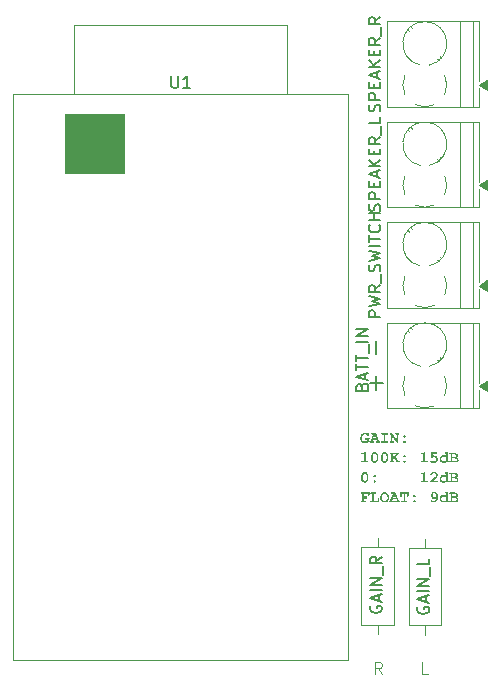
<source format=gbr>
%TF.GenerationSoftware,KiCad,Pcbnew,9.0.0*%
%TF.CreationDate,2025-03-25T17:14:42+01:00*%
%TF.ProjectId,ESP32_speaker_tiny,45535033-325f-4737-9065-616b65725f74,rev?*%
%TF.SameCoordinates,Original*%
%TF.FileFunction,Legend,Top*%
%TF.FilePolarity,Positive*%
%FSLAX46Y46*%
G04 Gerber Fmt 4.6, Leading zero omitted, Abs format (unit mm)*
G04 Created by KiCad (PCBNEW 9.0.0) date 2025-03-25 17:14:42*
%MOMM*%
%LPD*%
G01*
G04 APERTURE LIST*
%ADD10C,0.100000*%
%ADD11C,0.200000*%
%ADD12C,0.150000*%
%ADD13C,0.120000*%
G04 APERTURE END LIST*
D10*
X29500000Y-24500000D02*
X34500000Y-24500000D01*
X34500000Y-29500000D01*
X29500000Y-29500000D01*
X29500000Y-24500000D01*
G36*
X29500000Y-24500000D02*
G01*
X34500000Y-24500000D01*
X34500000Y-29500000D01*
X29500000Y-29500000D01*
X29500000Y-24500000D01*
G37*
X60280074Y-71872419D02*
X59803884Y-71872419D01*
X59803884Y-71872419D02*
X59803884Y-70872419D01*
D11*
G36*
X55272601Y-52035987D02*
G01*
X55272601Y-52224359D01*
X55180059Y-52269636D01*
X55111034Y-52294579D01*
X55042738Y-52308603D01*
X54967236Y-52313447D01*
X54896317Y-52309746D01*
X54830262Y-52298926D01*
X54768483Y-52281268D01*
X54702107Y-52252122D01*
X54655399Y-52218986D01*
X54617568Y-52175066D01*
X54579195Y-52107733D01*
X54560117Y-52057620D01*
X54548416Y-52003014D01*
X54544391Y-51943114D01*
X54544391Y-51841753D01*
X54549811Y-51772950D01*
X54565766Y-51708858D01*
X54592232Y-51648532D01*
X54629754Y-51591221D01*
X54679353Y-51537155D01*
X54734425Y-51495944D01*
X54795691Y-51466435D01*
X54864343Y-51448285D01*
X54941957Y-51441988D01*
X54998439Y-51444979D01*
X55050889Y-51453712D01*
X55101300Y-51468401D01*
X55148953Y-51488883D01*
X55178029Y-51467683D01*
X55203602Y-51461528D01*
X55231629Y-51466994D01*
X55253428Y-51483021D01*
X55267034Y-51509181D01*
X55272601Y-51555806D01*
X55272601Y-51647946D01*
X55266969Y-51694595D01*
X55253122Y-51721097D01*
X55230997Y-51737375D01*
X55202930Y-51742896D01*
X55179896Y-51739045D01*
X55160554Y-51727691D01*
X55149177Y-51713354D01*
X55137657Y-51681835D01*
X55126772Y-51649630D01*
X55116835Y-51633780D01*
X55093840Y-51616298D01*
X55051561Y-51598243D01*
X55003048Y-51586725D01*
X54946781Y-51582672D01*
X54892090Y-51586708D01*
X54844181Y-51598265D01*
X54801945Y-51616866D01*
X54775256Y-51636373D01*
X54748436Y-51665094D01*
X54721345Y-51705099D01*
X54700847Y-51748264D01*
X54688599Y-51793599D01*
X54684464Y-51841814D01*
X54684464Y-51942991D01*
X54689054Y-51999040D01*
X54701877Y-52045099D01*
X54722092Y-52083064D01*
X54749677Y-52114328D01*
X54783460Y-52137950D01*
X54827533Y-52156205D01*
X54884384Y-52168302D01*
X54957039Y-52172763D01*
X55020435Y-52168607D01*
X55078695Y-52156486D01*
X55132588Y-52136676D01*
X55132588Y-52035987D01*
X54989767Y-52035987D01*
X54943861Y-52030382D01*
X54917716Y-52016570D01*
X54901710Y-51994367D01*
X54896222Y-51965645D01*
X54901712Y-51936933D01*
X54917716Y-51914781D01*
X54943867Y-51900924D01*
X54989767Y-51895303D01*
X55238468Y-51895303D01*
X55284412Y-51900928D01*
X55310519Y-51914781D01*
X55326523Y-51936933D01*
X55332013Y-51965645D01*
X55328090Y-51994926D01*
X55317297Y-52016570D01*
X55299425Y-52030854D01*
X55272601Y-52035987D01*
G37*
G36*
X56114567Y-52149316D02*
G01*
X56159107Y-52153294D01*
X56179413Y-52162016D01*
X56203541Y-52190538D01*
X56210860Y-52219658D01*
X56205439Y-52248406D01*
X56189672Y-52270582D01*
X56163879Y-52284376D01*
X56117986Y-52290000D01*
X55929431Y-52290000D01*
X55883470Y-52284393D01*
X55857318Y-52270582D01*
X55841312Y-52248380D01*
X55835825Y-52219658D01*
X55841314Y-52190946D01*
X55857318Y-52168794D01*
X55883477Y-52154938D01*
X55929431Y-52149316D01*
X55963564Y-52149316D01*
X55930102Y-52059434D01*
X55589933Y-52059434D01*
X55555739Y-52149316D01*
X55589933Y-52149316D01*
X55635877Y-52154940D01*
X55661985Y-52168794D01*
X55678037Y-52190951D01*
X55683539Y-52219658D01*
X55678039Y-52248375D01*
X55661985Y-52270582D01*
X55635884Y-52284390D01*
X55589933Y-52290000D01*
X55401378Y-52290000D01*
X55355427Y-52284390D01*
X55329326Y-52270582D01*
X55313272Y-52248375D01*
X55307772Y-52219658D01*
X55313500Y-52191038D01*
X55330364Y-52168794D01*
X55357503Y-52154939D01*
X55404797Y-52149316D01*
X55497487Y-51918750D01*
X55645926Y-51918750D01*
X55872034Y-51918750D01*
X55759316Y-51646481D01*
X55645926Y-51918750D01*
X55497487Y-51918750D01*
X55624738Y-51602212D01*
X55533208Y-51602212D01*
X55487257Y-51596603D01*
X55461156Y-51582794D01*
X55445150Y-51560592D01*
X55439663Y-51531870D01*
X55445152Y-51503158D01*
X55461156Y-51481006D01*
X55487264Y-51467153D01*
X55533208Y-51461528D01*
X55835825Y-51461528D01*
X56114567Y-52149316D01*
G37*
G36*
X56668204Y-51602212D02*
G01*
X56668204Y-52149316D01*
X56809621Y-52149316D01*
X56855565Y-52154940D01*
X56881673Y-52168794D01*
X56897724Y-52190951D01*
X56903227Y-52219658D01*
X56897726Y-52248375D01*
X56881673Y-52270582D01*
X56855572Y-52284390D01*
X56809621Y-52290000D01*
X56386775Y-52290000D01*
X56340825Y-52284390D01*
X56314724Y-52270582D01*
X56298718Y-52248380D01*
X56293230Y-52219658D01*
X56298720Y-52190946D01*
X56314724Y-52168794D01*
X56340831Y-52154940D01*
X56386775Y-52149316D01*
X56528192Y-52149316D01*
X56528192Y-51602212D01*
X56386775Y-51602212D01*
X56340825Y-51596603D01*
X56314724Y-51582794D01*
X56298718Y-51560592D01*
X56293230Y-51531870D01*
X56298720Y-51503158D01*
X56314724Y-51481006D01*
X56340831Y-51467153D01*
X56386775Y-51461528D01*
X56809621Y-51461528D01*
X56855565Y-51467153D01*
X56881673Y-51481006D01*
X56897724Y-51503163D01*
X56903227Y-51531870D01*
X56897726Y-51560587D01*
X56881673Y-51582794D01*
X56855572Y-51596603D01*
X56809621Y-51602212D01*
X56668204Y-51602212D01*
G37*
G36*
X57262203Y-51726043D02*
G01*
X57262203Y-52149316D01*
X57312761Y-52149316D01*
X57358705Y-52154940D01*
X57384813Y-52168794D01*
X57400865Y-52190951D01*
X57406367Y-52219658D01*
X57400867Y-52248375D01*
X57384813Y-52270582D01*
X57358712Y-52284390D01*
X57312761Y-52290000D01*
X57129030Y-52290000D01*
X57083069Y-52284393D01*
X57056917Y-52270582D01*
X57040911Y-52248380D01*
X57035423Y-52219658D01*
X57040846Y-52190920D01*
X57056612Y-52168794D01*
X57081728Y-52154763D01*
X57122191Y-52149316D01*
X57122191Y-51602212D01*
X57100331Y-51602212D01*
X57054370Y-51596605D01*
X57028218Y-51582794D01*
X57012212Y-51560592D01*
X57006725Y-51531870D01*
X57012214Y-51503158D01*
X57028218Y-51481006D01*
X57054377Y-51467150D01*
X57100331Y-51461528D01*
X57262203Y-51461528D01*
X57620141Y-52023408D01*
X57620141Y-51602212D01*
X57569644Y-51602212D01*
X57523683Y-51596605D01*
X57497531Y-51582794D01*
X57481525Y-51560592D01*
X57476038Y-51531870D01*
X57481527Y-51503158D01*
X57497531Y-51481006D01*
X57523690Y-51467150D01*
X57569644Y-51461528D01*
X57753375Y-51461528D01*
X57799320Y-51467153D01*
X57825427Y-51481006D01*
X57841479Y-51503163D01*
X57846981Y-51531870D01*
X57841561Y-51560618D01*
X57825793Y-51582794D01*
X57800764Y-51596801D01*
X57760886Y-51602212D01*
X57760886Y-52290000D01*
X57622217Y-52290000D01*
X57262203Y-51726043D01*
G37*
G36*
X58382178Y-51762435D02*
G01*
X58375120Y-51799287D01*
X58354152Y-51829357D01*
X58333979Y-51843853D01*
X58308732Y-51852953D01*
X58276971Y-51856224D01*
X58245209Y-51852954D01*
X58219939Y-51843855D01*
X58199729Y-51829357D01*
X58178809Y-51799292D01*
X58171763Y-51762435D01*
X58178811Y-51725589D01*
X58199729Y-51695573D01*
X58219944Y-51681040D01*
X58245214Y-51671922D01*
X58276971Y-51668646D01*
X58308727Y-51671924D01*
X58333974Y-51681043D01*
X58354152Y-51695573D01*
X58375118Y-51725594D01*
X58382178Y-51762435D01*
G37*
G36*
X58383583Y-52219658D02*
G01*
X58376524Y-52256510D01*
X58355556Y-52286580D01*
X58335383Y-52301076D01*
X58310136Y-52310175D01*
X58278375Y-52313447D01*
X58246613Y-52310177D01*
X58221344Y-52301078D01*
X58201133Y-52286580D01*
X58180213Y-52256514D01*
X58173168Y-52219658D01*
X58180215Y-52182811D01*
X58201133Y-52152796D01*
X58221349Y-52138263D01*
X58246618Y-52129145D01*
X58278375Y-52125868D01*
X58310131Y-52129146D01*
X58335378Y-52138265D01*
X58355556Y-52152796D01*
X58376522Y-52182816D01*
X58383583Y-52219658D01*
G37*
G36*
X54991172Y-53063370D02*
G01*
X54991172Y-53829316D01*
X55132588Y-53829316D01*
X55178533Y-53834940D01*
X55204640Y-53848794D01*
X55220644Y-53870946D01*
X55226133Y-53899658D01*
X55220646Y-53928380D01*
X55204640Y-53950582D01*
X55178539Y-53964390D01*
X55132588Y-53970000D01*
X54709743Y-53970000D01*
X54663783Y-53964393D01*
X54637630Y-53950582D01*
X54621624Y-53928380D01*
X54616137Y-53899658D01*
X54621626Y-53870946D01*
X54637630Y-53848794D01*
X54663789Y-53834938D01*
X54709743Y-53829316D01*
X54851099Y-53829316D01*
X54851099Y-53248445D01*
X54726107Y-53281723D01*
X54681045Y-53290027D01*
X54656466Y-53284774D01*
X54634944Y-53268534D01*
X54620426Y-53244859D01*
X54615465Y-53215839D01*
X54619307Y-53189693D01*
X54629815Y-53171142D01*
X54648964Y-53157310D01*
X54689898Y-53142383D01*
X54991172Y-53063370D01*
G37*
G36*
X55812945Y-53067769D02*
G01*
X55859939Y-53080258D01*
X55900366Y-53100251D01*
X55935518Y-53128607D01*
X55972544Y-53172749D01*
X56011741Y-53237088D01*
X56041217Y-53305330D01*
X56058781Y-53375901D01*
X56064680Y-53449701D01*
X56064680Y-53603208D01*
X56059846Y-53670093D01*
X56045343Y-53735555D01*
X56020881Y-53800230D01*
X55985790Y-53864670D01*
X55950689Y-53910511D01*
X55911273Y-53944960D01*
X55867073Y-53969385D01*
X55817125Y-53984344D01*
X55760048Y-53989539D01*
X55704639Y-53985096D01*
X55657416Y-53972498D01*
X55616922Y-53952353D01*
X55581827Y-53923776D01*
X55545033Y-53879511D01*
X55506280Y-53815211D01*
X55477165Y-53746971D01*
X55459829Y-53676594D01*
X55454012Y-53603208D01*
X55454012Y-53449884D01*
X55594024Y-53449884D01*
X55594024Y-53603025D01*
X55601400Y-53677129D01*
X55622825Y-53742823D01*
X55658260Y-53801899D01*
X55684976Y-53827719D01*
X55718213Y-53843331D01*
X55760048Y-53848855D01*
X55799445Y-53843105D01*
X55833320Y-53826221D01*
X55863180Y-53797137D01*
X55896366Y-53742087D01*
X55916824Y-53678124D01*
X55923996Y-53603025D01*
X55923996Y-53449884D01*
X55916717Y-53376173D01*
X55895528Y-53310453D01*
X55860432Y-53251010D01*
X55833331Y-53225129D01*
X55800056Y-53209543D01*
X55758644Y-53204054D01*
X55718804Y-53209826D01*
X55684718Y-53226731D01*
X55654841Y-53255772D01*
X55621655Y-53310822D01*
X55601196Y-53374785D01*
X55594024Y-53449884D01*
X55454012Y-53449884D01*
X55454012Y-53449701D01*
X55458814Y-53383158D01*
X55473234Y-53317867D01*
X55497580Y-53253198D01*
X55532536Y-53188606D01*
X55567538Y-53142616D01*
X55606874Y-53108068D01*
X55651009Y-53083578D01*
X55700912Y-53068579D01*
X55757972Y-53063370D01*
X55812945Y-53067769D01*
G37*
G36*
X56652163Y-53067769D02*
G01*
X56699157Y-53080258D01*
X56739584Y-53100251D01*
X56774736Y-53128607D01*
X56811762Y-53172749D01*
X56850959Y-53237088D01*
X56880435Y-53305330D01*
X56897999Y-53375901D01*
X56903899Y-53449701D01*
X56903899Y-53603208D01*
X56899064Y-53670093D01*
X56884561Y-53735555D01*
X56860099Y-53800230D01*
X56825008Y-53864670D01*
X56789908Y-53910511D01*
X56750491Y-53944960D01*
X56706292Y-53969385D01*
X56656344Y-53984344D01*
X56599267Y-53989539D01*
X56543858Y-53985096D01*
X56496634Y-53972498D01*
X56456140Y-53952353D01*
X56421046Y-53923776D01*
X56384252Y-53879511D01*
X56345498Y-53815211D01*
X56316383Y-53746971D01*
X56299048Y-53676594D01*
X56293230Y-53603208D01*
X56293230Y-53449884D01*
X56433243Y-53449884D01*
X56433243Y-53603025D01*
X56440618Y-53677129D01*
X56462043Y-53742823D01*
X56497479Y-53801899D01*
X56524195Y-53827719D01*
X56557432Y-53843331D01*
X56599267Y-53848855D01*
X56638664Y-53843105D01*
X56672538Y-53826221D01*
X56702398Y-53797137D01*
X56735585Y-53742087D01*
X56756043Y-53678124D01*
X56763215Y-53603025D01*
X56763215Y-53449884D01*
X56755936Y-53376173D01*
X56734747Y-53310453D01*
X56699651Y-53251010D01*
X56672549Y-53225129D01*
X56639274Y-53209543D01*
X56597862Y-53204054D01*
X56558023Y-53209826D01*
X56523936Y-53226731D01*
X56494059Y-53255772D01*
X56460873Y-53310822D01*
X56440415Y-53374785D01*
X56433243Y-53449884D01*
X56293230Y-53449884D01*
X56293230Y-53449701D01*
X56298032Y-53383158D01*
X56312452Y-53317867D01*
X56336799Y-53253198D01*
X56371755Y-53188606D01*
X56406756Y-53142616D01*
X56446092Y-53108068D01*
X56490227Y-53083578D01*
X56540130Y-53068579D01*
X56597191Y-53063370D01*
X56652163Y-53067769D01*
G37*
G36*
X57291573Y-53673489D02*
G01*
X57291573Y-53829316D01*
X57342131Y-53829316D01*
X57388076Y-53834940D01*
X57414183Y-53848794D01*
X57430235Y-53870951D01*
X57435737Y-53899658D01*
X57430237Y-53928375D01*
X57414183Y-53950582D01*
X57388082Y-53964390D01*
X57342131Y-53970000D01*
X57129701Y-53970000D01*
X57083741Y-53964393D01*
X57057588Y-53950582D01*
X57041582Y-53928380D01*
X57036095Y-53899658D01*
X57041665Y-53870977D01*
X57057955Y-53848794D01*
X57084291Y-53834907D01*
X57129701Y-53829316D01*
X57151561Y-53829316D01*
X57151561Y-53282212D01*
X57129701Y-53282212D01*
X57083741Y-53276605D01*
X57057588Y-53262794D01*
X57041582Y-53240592D01*
X57036095Y-53211870D01*
X57041584Y-53183158D01*
X57057588Y-53161006D01*
X57083747Y-53147150D01*
X57129701Y-53141528D01*
X57342131Y-53141528D01*
X57388076Y-53147153D01*
X57414183Y-53161006D01*
X57430235Y-53183163D01*
X57435737Y-53211870D01*
X57430237Y-53240587D01*
X57414183Y-53262794D01*
X57388082Y-53276603D01*
X57342131Y-53282212D01*
X57291573Y-53282212D01*
X57291573Y-53489330D01*
X57540212Y-53274396D01*
X57521313Y-53270276D01*
X57510170Y-53258886D01*
X57504363Y-53241143D01*
X57501988Y-53211870D01*
X57507478Y-53183158D01*
X57523482Y-53161006D01*
X57549640Y-53147150D01*
X57595594Y-53141528D01*
X57738354Y-53141528D01*
X57784299Y-53147153D01*
X57810406Y-53161006D01*
X57826458Y-53183163D01*
X57831960Y-53211870D01*
X57826460Y-53240587D01*
X57810406Y-53262794D01*
X57784870Y-53276746D01*
X57743117Y-53282212D01*
X57491730Y-53500565D01*
X57535892Y-53530796D01*
X57579871Y-53571367D01*
X57623866Y-53623846D01*
X57661975Y-53680871D01*
X57698626Y-53748889D01*
X57733592Y-53829316D01*
X57771144Y-53829316D01*
X57816495Y-53834921D01*
X57842524Y-53848794D01*
X57858528Y-53870946D01*
X57864017Y-53899658D01*
X57858597Y-53928406D01*
X57842829Y-53950582D01*
X57817036Y-53964376D01*
X57771144Y-53970000D01*
X57644077Y-53970000D01*
X57598037Y-53866689D01*
X57548456Y-53769354D01*
X57504366Y-53698328D01*
X57468161Y-53656331D01*
X57427071Y-53624751D01*
X57377669Y-53599605D01*
X57291573Y-53673489D01*
G37*
G36*
X58382178Y-53442435D02*
G01*
X58375120Y-53479287D01*
X58354152Y-53509357D01*
X58333979Y-53523853D01*
X58308732Y-53532953D01*
X58276971Y-53536224D01*
X58245209Y-53532954D01*
X58219939Y-53523855D01*
X58199729Y-53509357D01*
X58178809Y-53479292D01*
X58171763Y-53442435D01*
X58178811Y-53405589D01*
X58199729Y-53375573D01*
X58219944Y-53361040D01*
X58245214Y-53351922D01*
X58276971Y-53348646D01*
X58308727Y-53351924D01*
X58333974Y-53361043D01*
X58354152Y-53375573D01*
X58375118Y-53405594D01*
X58382178Y-53442435D01*
G37*
G36*
X58383583Y-53899658D02*
G01*
X58376524Y-53936510D01*
X58355556Y-53966580D01*
X58335383Y-53981076D01*
X58310136Y-53990175D01*
X58278375Y-53993447D01*
X58246613Y-53990177D01*
X58221344Y-53981078D01*
X58201133Y-53966580D01*
X58180213Y-53936514D01*
X58173168Y-53899658D01*
X58180215Y-53862811D01*
X58201133Y-53832796D01*
X58221349Y-53818263D01*
X58246618Y-53809145D01*
X58278375Y-53805868D01*
X58310131Y-53809146D01*
X58335378Y-53818265D01*
X58355556Y-53832796D01*
X58376522Y-53862816D01*
X58383583Y-53899658D01*
G37*
G36*
X60026482Y-53063370D02*
G01*
X60026482Y-53829316D01*
X60167899Y-53829316D01*
X60213843Y-53834940D01*
X60239951Y-53848794D01*
X60255955Y-53870946D01*
X60261444Y-53899658D01*
X60255957Y-53928380D01*
X60239951Y-53950582D01*
X60213850Y-53964390D01*
X60167899Y-53970000D01*
X59745054Y-53970000D01*
X59699093Y-53964393D01*
X59672941Y-53950582D01*
X59656935Y-53928380D01*
X59651448Y-53899658D01*
X59656937Y-53870946D01*
X59672941Y-53848794D01*
X59699100Y-53834938D01*
X59745054Y-53829316D01*
X59886409Y-53829316D01*
X59886409Y-53248445D01*
X59761418Y-53281723D01*
X59716355Y-53290027D01*
X59691777Y-53284774D01*
X59670254Y-53268534D01*
X59655737Y-53244859D01*
X59650776Y-53215839D01*
X59654618Y-53189693D01*
X59665125Y-53171142D01*
X59684274Y-53157310D01*
X59725209Y-53142383D01*
X60026482Y-53063370D01*
G37*
G36*
X60676474Y-53227501D02*
G01*
X60676474Y-53399448D01*
X60753139Y-53378477D01*
X60817890Y-53372093D01*
X60880913Y-53377785D01*
X60936803Y-53394264D01*
X60986949Y-53421296D01*
X61032336Y-53459532D01*
X61069251Y-53505714D01*
X61095719Y-53557881D01*
X61112061Y-53617191D01*
X61117759Y-53685212D01*
X61111846Y-53755490D01*
X61095108Y-53814896D01*
X61068341Y-53865435D01*
X61031359Y-53908572D01*
X60986303Y-53941794D01*
X60929114Y-53967036D01*
X60857039Y-53983522D01*
X60766660Y-53989539D01*
X60686897Y-53985171D01*
X60620147Y-53972991D01*
X60564425Y-53954095D01*
X60518021Y-53929150D01*
X60486726Y-53903024D01*
X60470028Y-53876795D01*
X60464715Y-53849344D01*
X60469868Y-53822801D01*
X60485537Y-53799701D01*
X60508438Y-53783763D01*
X60535057Y-53778513D01*
X60558530Y-53783810D01*
X60586959Y-53802327D01*
X60616165Y-53822768D01*
X60645760Y-53835361D01*
X60692670Y-53845113D01*
X60757807Y-53848855D01*
X60842441Y-53843138D01*
X60897374Y-53828829D01*
X60931280Y-53808982D01*
X60956142Y-53779262D01*
X60971946Y-53739511D01*
X60977747Y-53686495D01*
X60972309Y-53634157D01*
X60957163Y-53592464D01*
X60932990Y-53559061D01*
X60900636Y-53533538D01*
X60862818Y-53518141D01*
X60817890Y-53512777D01*
X60768255Y-53517440D01*
X60711163Y-53532543D01*
X60645027Y-53560221D01*
X60623518Y-53568889D01*
X60606742Y-53571395D01*
X60579144Y-53565902D01*
X60556550Y-53549474D01*
X60541650Y-53524877D01*
X60536400Y-53492566D01*
X60536400Y-53086817D01*
X60964741Y-53086817D01*
X61010672Y-53092473D01*
X61036793Y-53106418D01*
X61052843Y-53128692D01*
X61058347Y-53157526D01*
X61052879Y-53185739D01*
X61036793Y-53207962D01*
X61010679Y-53221861D01*
X60964741Y-53227501D01*
X60676474Y-53227501D01*
G37*
G36*
X61954902Y-53829316D02*
G01*
X61978838Y-53829316D01*
X62024247Y-53834907D01*
X62050584Y-53848794D01*
X62066874Y-53870977D01*
X62072444Y-53899658D01*
X62066943Y-53928375D01*
X62050889Y-53950582D01*
X62024788Y-53964390D01*
X61978838Y-53970000D01*
X61814890Y-53970000D01*
X61814890Y-53934829D01*
X61765795Y-53960319D01*
X61714811Y-53978609D01*
X61661808Y-53989711D01*
X61606550Y-53993447D01*
X61528468Y-53987261D01*
X61461271Y-53969649D01*
X61403066Y-53941396D01*
X61352416Y-53902405D01*
X61310081Y-53853767D01*
X61280347Y-53800484D01*
X61262324Y-53741548D01*
X61256312Y-53677519D01*
X61396135Y-53677519D01*
X61402377Y-53726260D01*
X61420442Y-53767673D01*
X61450785Y-53803548D01*
X61490016Y-53829832D01*
X61540412Y-53846640D01*
X61605146Y-53852763D01*
X61669471Y-53846669D01*
X61719935Y-53829883D01*
X61759569Y-53803548D01*
X61790429Y-53767670D01*
X61808642Y-53726892D01*
X61814890Y-53679534D01*
X61808025Y-53624552D01*
X61787965Y-53576450D01*
X61754073Y-53533476D01*
X61710532Y-53500271D01*
X61661482Y-53480493D01*
X61605146Y-53473698D01*
X61549293Y-53480472D01*
X61500455Y-53500231D01*
X61456891Y-53533476D01*
X61422927Y-53576404D01*
X61402939Y-53623865D01*
X61396135Y-53677519D01*
X61256312Y-53677519D01*
X61256123Y-53675504D01*
X61262555Y-53606552D01*
X61281366Y-53544059D01*
X61312574Y-53486645D01*
X61357178Y-53433337D01*
X61410819Y-53389240D01*
X61469054Y-53358233D01*
X61532906Y-53339457D01*
X61603803Y-53333014D01*
X61657870Y-53337202D01*
X61711025Y-53349806D01*
X61762645Y-53370489D01*
X61814890Y-53400242D01*
X61814890Y-53223593D01*
X61790954Y-53223593D01*
X61745047Y-53217988D01*
X61718902Y-53204176D01*
X61702896Y-53181974D01*
X61697409Y-53153251D01*
X61702898Y-53124540D01*
X61718902Y-53102388D01*
X61745054Y-53088530D01*
X61790954Y-53082909D01*
X61954902Y-53082909D01*
X61954902Y-53829316D01*
G37*
G36*
X62578491Y-53146312D02*
G01*
X62632043Y-53159904D01*
X62678273Y-53181638D01*
X62718344Y-53211503D01*
X62752538Y-53249103D01*
X62776093Y-53288861D01*
X62790104Y-53331425D01*
X62794853Y-53377772D01*
X62790370Y-53422345D01*
X62777084Y-53463806D01*
X62755111Y-53502004D01*
X62723107Y-53538239D01*
X62764979Y-53567252D01*
X62797690Y-53598082D01*
X62822452Y-53630807D01*
X62840744Y-53667327D01*
X62851818Y-53707038D01*
X62855608Y-53750730D01*
X62849580Y-53802295D01*
X62831673Y-53849771D01*
X62811439Y-53881570D01*
X62787953Y-53905092D01*
X62750145Y-53930635D01*
X62702590Y-53951926D01*
X62648581Y-53965062D01*
X62576256Y-53970000D01*
X62165012Y-53970000D01*
X62119051Y-53964393D01*
X62092899Y-53950582D01*
X62076893Y-53928380D01*
X62071406Y-53899658D01*
X62076975Y-53870977D01*
X62093265Y-53848794D01*
X62119602Y-53834907D01*
X62165012Y-53829316D01*
X62186871Y-53829316D01*
X62326884Y-53829316D01*
X62568745Y-53829316D01*
X62625725Y-53825770D01*
X62664129Y-53816769D01*
X62688974Y-53804159D01*
X62708800Y-53781362D01*
X62715596Y-53749815D01*
X62710589Y-53723952D01*
X62694284Y-53696740D01*
X62662962Y-53666894D01*
X62625704Y-53645415D01*
X62576511Y-53631320D01*
X62512020Y-53626106D01*
X62326884Y-53626106D01*
X62326884Y-53829316D01*
X62186871Y-53829316D01*
X62186871Y-53485422D01*
X62326884Y-53485422D01*
X62480573Y-53485422D01*
X62534305Y-53480468D01*
X62579523Y-53466429D01*
X62617899Y-53443839D01*
X62638829Y-53423094D01*
X62650770Y-53400232D01*
X62654780Y-53374291D01*
X62651102Y-53351346D01*
X62639915Y-53330140D01*
X62619914Y-53309872D01*
X62595039Y-53295643D01*
X62559349Y-53285927D01*
X62509272Y-53282212D01*
X62326884Y-53282212D01*
X62326884Y-53485422D01*
X62186871Y-53485422D01*
X62186871Y-53282212D01*
X62165012Y-53282212D01*
X62119051Y-53276605D01*
X62092899Y-53262794D01*
X62076893Y-53240592D01*
X62071406Y-53211870D01*
X62076895Y-53183158D01*
X62092899Y-53161006D01*
X62119058Y-53147150D01*
X62165012Y-53141528D01*
X62516111Y-53141528D01*
X62578491Y-53146312D01*
G37*
G36*
X54973727Y-54747769D02*
G01*
X55020720Y-54760258D01*
X55061147Y-54780251D01*
X55096299Y-54808607D01*
X55133326Y-54852749D01*
X55172522Y-54917088D01*
X55201999Y-54985330D01*
X55219562Y-55055901D01*
X55225462Y-55129701D01*
X55225462Y-55283208D01*
X55220627Y-55350093D01*
X55206125Y-55415555D01*
X55181662Y-55480230D01*
X55146571Y-55544670D01*
X55111471Y-55590511D01*
X55072054Y-55624960D01*
X55027855Y-55649385D01*
X54977907Y-55664344D01*
X54920830Y-55669539D01*
X54865421Y-55665096D01*
X54818198Y-55652498D01*
X54777704Y-55632353D01*
X54742609Y-55603776D01*
X54705815Y-55559511D01*
X54667062Y-55495211D01*
X54637946Y-55426971D01*
X54620611Y-55356594D01*
X54614794Y-55283208D01*
X54614794Y-55129884D01*
X54754806Y-55129884D01*
X54754806Y-55283025D01*
X54762181Y-55357129D01*
X54783606Y-55422823D01*
X54819042Y-55481899D01*
X54845758Y-55507719D01*
X54878995Y-55523331D01*
X54920830Y-55528855D01*
X54960227Y-55523105D01*
X54994101Y-55506221D01*
X55023961Y-55477137D01*
X55057148Y-55422087D01*
X55077606Y-55358124D01*
X55084778Y-55283025D01*
X55084778Y-55129884D01*
X55077499Y-55056173D01*
X55056310Y-54990453D01*
X55021214Y-54931010D01*
X54994112Y-54905129D01*
X54960838Y-54889543D01*
X54919426Y-54884054D01*
X54879586Y-54889826D01*
X54845499Y-54906731D01*
X54815622Y-54935772D01*
X54782436Y-54990822D01*
X54761978Y-55054785D01*
X54754806Y-55129884D01*
X54614794Y-55129884D01*
X54614794Y-55129701D01*
X54619595Y-55063158D01*
X54634015Y-54997867D01*
X54658362Y-54933198D01*
X54693318Y-54868606D01*
X54728319Y-54822616D01*
X54767655Y-54788068D01*
X54811790Y-54763578D01*
X54861694Y-54748579D01*
X54918754Y-54743370D01*
X54973727Y-54747769D01*
G37*
G36*
X55864523Y-55122435D02*
G01*
X55857464Y-55159287D01*
X55836496Y-55189357D01*
X55816323Y-55203853D01*
X55791076Y-55212953D01*
X55759316Y-55216224D01*
X55727554Y-55212954D01*
X55702284Y-55203855D01*
X55682074Y-55189357D01*
X55661153Y-55159292D01*
X55654108Y-55122435D01*
X55661155Y-55085589D01*
X55682074Y-55055573D01*
X55702289Y-55041040D01*
X55727558Y-55031922D01*
X55759316Y-55028646D01*
X55791072Y-55031924D01*
X55816319Y-55041043D01*
X55836496Y-55055573D01*
X55857462Y-55085594D01*
X55864523Y-55122435D01*
G37*
G36*
X55865928Y-55579658D02*
G01*
X55858869Y-55616510D01*
X55837901Y-55646580D01*
X55817728Y-55661076D01*
X55792481Y-55670175D01*
X55760720Y-55673447D01*
X55728958Y-55670177D01*
X55703689Y-55661078D01*
X55683478Y-55646580D01*
X55662558Y-55616514D01*
X55655512Y-55579658D01*
X55662560Y-55542811D01*
X55683478Y-55512796D01*
X55703693Y-55498263D01*
X55728963Y-55489145D01*
X55760720Y-55485868D01*
X55792476Y-55489146D01*
X55817723Y-55498265D01*
X55837901Y-55512796D01*
X55858867Y-55542816D01*
X55865928Y-55579658D01*
G37*
G36*
X60026482Y-54743370D02*
G01*
X60026482Y-55509316D01*
X60167899Y-55509316D01*
X60213843Y-55514940D01*
X60239951Y-55528794D01*
X60255955Y-55550946D01*
X60261444Y-55579658D01*
X60255957Y-55608380D01*
X60239951Y-55630582D01*
X60213850Y-55644390D01*
X60167899Y-55650000D01*
X59745054Y-55650000D01*
X59699093Y-55644393D01*
X59672941Y-55630582D01*
X59656935Y-55608380D01*
X59651448Y-55579658D01*
X59656937Y-55550946D01*
X59672941Y-55528794D01*
X59699100Y-55514938D01*
X59745054Y-55509316D01*
X59886409Y-55509316D01*
X59886409Y-54928445D01*
X59761418Y-54961723D01*
X59716355Y-54970027D01*
X59691777Y-54964774D01*
X59670254Y-54948534D01*
X59655737Y-54924859D01*
X59650776Y-54895839D01*
X59654618Y-54869693D01*
X59665125Y-54851142D01*
X59684274Y-54837310D01*
X59725209Y-54822383D01*
X60026482Y-54743370D01*
G37*
G36*
X60663468Y-55509316D02*
G01*
X60970237Y-55509316D01*
X60995919Y-55494225D01*
X61018047Y-55489776D01*
X61047239Y-55495265D01*
X61068911Y-55511025D01*
X61082232Y-55536896D01*
X61087718Y-55583565D01*
X61087718Y-55650000D01*
X60449694Y-55650000D01*
X60449694Y-55501500D01*
X60708402Y-55284268D01*
X60845846Y-55161584D01*
X60906673Y-55100331D01*
X60929964Y-55068210D01*
X60942441Y-55039690D01*
X60946301Y-55013686D01*
X60941520Y-54981516D01*
X60927064Y-54951738D01*
X60901543Y-54923316D01*
X60869624Y-54902093D01*
X60830535Y-54888802D01*
X60782353Y-54884054D01*
X60733859Y-54889119D01*
X60692694Y-54903602D01*
X60657301Y-54927285D01*
X60634792Y-54954395D01*
X60615657Y-54995490D01*
X60603641Y-55020798D01*
X60589340Y-55036034D01*
X60571096Y-55045012D01*
X60548002Y-55048185D01*
X60521322Y-55043107D01*
X60498482Y-55027791D01*
X60482769Y-55005436D01*
X60477660Y-54980163D01*
X60481090Y-54953745D01*
X60492808Y-54920378D01*
X60515579Y-54878070D01*
X60544143Y-54840593D01*
X60580662Y-54808017D01*
X60626221Y-54780129D01*
X60675859Y-54759797D01*
X60728346Y-54747532D01*
X60784368Y-54743370D01*
X60849687Y-54748720D01*
X60906758Y-54764067D01*
X60957040Y-54788904D01*
X61001622Y-54823482D01*
X61039149Y-54866281D01*
X61065270Y-54912271D01*
X61080958Y-54962243D01*
X61086313Y-55017349D01*
X61080176Y-55073498D01*
X61062072Y-55124694D01*
X61026906Y-55176363D01*
X60945568Y-55261653D01*
X60855546Y-55343443D01*
X60663468Y-55509316D01*
G37*
G36*
X61954902Y-55509316D02*
G01*
X61978838Y-55509316D01*
X62024247Y-55514907D01*
X62050584Y-55528794D01*
X62066874Y-55550977D01*
X62072444Y-55579658D01*
X62066943Y-55608375D01*
X62050889Y-55630582D01*
X62024788Y-55644390D01*
X61978838Y-55650000D01*
X61814890Y-55650000D01*
X61814890Y-55614829D01*
X61765795Y-55640319D01*
X61714811Y-55658609D01*
X61661808Y-55669711D01*
X61606550Y-55673447D01*
X61528468Y-55667261D01*
X61461271Y-55649649D01*
X61403066Y-55621396D01*
X61352416Y-55582405D01*
X61310081Y-55533767D01*
X61280347Y-55480484D01*
X61262324Y-55421548D01*
X61256312Y-55357519D01*
X61396135Y-55357519D01*
X61402377Y-55406260D01*
X61420442Y-55447673D01*
X61450785Y-55483548D01*
X61490016Y-55509832D01*
X61540412Y-55526640D01*
X61605146Y-55532763D01*
X61669471Y-55526669D01*
X61719935Y-55509883D01*
X61759569Y-55483548D01*
X61790429Y-55447670D01*
X61808642Y-55406892D01*
X61814890Y-55359534D01*
X61808025Y-55304552D01*
X61787965Y-55256450D01*
X61754073Y-55213476D01*
X61710532Y-55180271D01*
X61661482Y-55160493D01*
X61605146Y-55153698D01*
X61549293Y-55160472D01*
X61500455Y-55180231D01*
X61456891Y-55213476D01*
X61422927Y-55256404D01*
X61402939Y-55303865D01*
X61396135Y-55357519D01*
X61256312Y-55357519D01*
X61256123Y-55355504D01*
X61262555Y-55286552D01*
X61281366Y-55224059D01*
X61312574Y-55166645D01*
X61357178Y-55113337D01*
X61410819Y-55069240D01*
X61469054Y-55038233D01*
X61532906Y-55019457D01*
X61603803Y-55013014D01*
X61657870Y-55017202D01*
X61711025Y-55029806D01*
X61762645Y-55050489D01*
X61814890Y-55080242D01*
X61814890Y-54903593D01*
X61790954Y-54903593D01*
X61745047Y-54897988D01*
X61718902Y-54884176D01*
X61702896Y-54861974D01*
X61697409Y-54833251D01*
X61702898Y-54804540D01*
X61718902Y-54782388D01*
X61745054Y-54768530D01*
X61790954Y-54762909D01*
X61954902Y-54762909D01*
X61954902Y-55509316D01*
G37*
G36*
X62578491Y-54826312D02*
G01*
X62632043Y-54839904D01*
X62678273Y-54861638D01*
X62718344Y-54891503D01*
X62752538Y-54929103D01*
X62776093Y-54968861D01*
X62790104Y-55011425D01*
X62794853Y-55057772D01*
X62790370Y-55102345D01*
X62777084Y-55143806D01*
X62755111Y-55182004D01*
X62723107Y-55218239D01*
X62764979Y-55247252D01*
X62797690Y-55278082D01*
X62822452Y-55310807D01*
X62840744Y-55347327D01*
X62851818Y-55387038D01*
X62855608Y-55430730D01*
X62849580Y-55482295D01*
X62831673Y-55529771D01*
X62811439Y-55561570D01*
X62787953Y-55585092D01*
X62750145Y-55610635D01*
X62702590Y-55631926D01*
X62648581Y-55645062D01*
X62576256Y-55650000D01*
X62165012Y-55650000D01*
X62119051Y-55644393D01*
X62092899Y-55630582D01*
X62076893Y-55608380D01*
X62071406Y-55579658D01*
X62076975Y-55550977D01*
X62093265Y-55528794D01*
X62119602Y-55514907D01*
X62165012Y-55509316D01*
X62186871Y-55509316D01*
X62326884Y-55509316D01*
X62568745Y-55509316D01*
X62625725Y-55505770D01*
X62664129Y-55496769D01*
X62688974Y-55484159D01*
X62708800Y-55461362D01*
X62715596Y-55429815D01*
X62710589Y-55403952D01*
X62694284Y-55376740D01*
X62662962Y-55346894D01*
X62625704Y-55325415D01*
X62576511Y-55311320D01*
X62512020Y-55306106D01*
X62326884Y-55306106D01*
X62326884Y-55509316D01*
X62186871Y-55509316D01*
X62186871Y-55165422D01*
X62326884Y-55165422D01*
X62480573Y-55165422D01*
X62534305Y-55160468D01*
X62579523Y-55146429D01*
X62617899Y-55123839D01*
X62638829Y-55103094D01*
X62650770Y-55080232D01*
X62654780Y-55054291D01*
X62651102Y-55031346D01*
X62639915Y-55010140D01*
X62619914Y-54989872D01*
X62595039Y-54975643D01*
X62559349Y-54965927D01*
X62509272Y-54962212D01*
X62326884Y-54962212D01*
X62326884Y-55165422D01*
X62186871Y-55165422D01*
X62186871Y-54962212D01*
X62165012Y-54962212D01*
X62119051Y-54956605D01*
X62092899Y-54942794D01*
X62076893Y-54920592D01*
X62071406Y-54891870D01*
X62076895Y-54863158D01*
X62092899Y-54841006D01*
X62119058Y-54827150D01*
X62165012Y-54821528D01*
X62516111Y-54821528D01*
X62578491Y-54826312D01*
G37*
G36*
X54823804Y-56986106D02*
G01*
X54823804Y-57189316D01*
X54967236Y-57189316D01*
X55013180Y-57194940D01*
X55039288Y-57208794D01*
X55055339Y-57230951D01*
X55060842Y-57259658D01*
X55055341Y-57288375D01*
X55039288Y-57310582D01*
X55013187Y-57324390D01*
X54967236Y-57330000D01*
X54661871Y-57330000D01*
X54615965Y-57324395D01*
X54589820Y-57310582D01*
X54573814Y-57288380D01*
X54568326Y-57259658D01*
X54573896Y-57230977D01*
X54590186Y-57208794D01*
X54616516Y-57194905D01*
X54661871Y-57189316D01*
X54683731Y-57189316D01*
X54683731Y-56642212D01*
X54661871Y-56642212D01*
X54615965Y-56636607D01*
X54589820Y-56622794D01*
X54573814Y-56600592D01*
X54568326Y-56571870D01*
X54573816Y-56543158D01*
X54589820Y-56521006D01*
X54615971Y-56507148D01*
X54661871Y-56501528D01*
X55321083Y-56502199D01*
X55321083Y-56716461D01*
X55315455Y-56762577D01*
X55301605Y-56788757D01*
X55279453Y-56804761D01*
X55250741Y-56810251D01*
X55222649Y-56804797D01*
X55200549Y-56788757D01*
X55186698Y-56762577D01*
X55181071Y-56716461D01*
X55181071Y-56642212D01*
X54823804Y-56642212D01*
X54823804Y-56845422D01*
X54946781Y-56845422D01*
X54950130Y-56799515D01*
X54957039Y-56780942D01*
X54973018Y-56764722D01*
X54992650Y-56755034D01*
X55017123Y-56751632D01*
X55045209Y-56757100D01*
X55067315Y-56773187D01*
X55081163Y-56799316D01*
X55086793Y-56845422D01*
X55086793Y-56986106D01*
X55081165Y-57032221D01*
X55067315Y-57058401D01*
X55045121Y-57074410D01*
X55016451Y-57079895D01*
X54992425Y-57076514D01*
X54972999Y-57066846D01*
X54957039Y-57050586D01*
X54950130Y-57032012D01*
X54946781Y-56986106D01*
X54823804Y-56986106D01*
G37*
G36*
X55700575Y-56642212D02*
G01*
X55700575Y-57189316D01*
X56002520Y-57189316D01*
X56002520Y-57056448D01*
X56008150Y-57010342D01*
X56021999Y-56984213D01*
X56044198Y-56968156D01*
X56072862Y-56962658D01*
X56101002Y-56968128D01*
X56123115Y-56984213D01*
X56136964Y-57010342D01*
X56142594Y-57056448D01*
X56142594Y-57330000D01*
X55479230Y-57330000D01*
X55433324Y-57324395D01*
X55407178Y-57310582D01*
X55391172Y-57288380D01*
X55385685Y-57259658D01*
X55391174Y-57230946D01*
X55407178Y-57208794D01*
X55433330Y-57194936D01*
X55479230Y-57189316D01*
X55560563Y-57189316D01*
X55560563Y-56642212D01*
X55479230Y-56642212D01*
X55433324Y-56636607D01*
X55407178Y-56622794D01*
X55391172Y-56600592D01*
X55385685Y-56571870D01*
X55391174Y-56543158D01*
X55407178Y-56521006D01*
X55433330Y-56507148D01*
X55479230Y-56501528D01*
X55782580Y-56501528D01*
X55828524Y-56507153D01*
X55854631Y-56521006D01*
X55870635Y-56543158D01*
X55876125Y-56571870D01*
X55870637Y-56600592D01*
X55854631Y-56622794D01*
X55828531Y-56636603D01*
X55782580Y-56642212D01*
X55700575Y-56642212D01*
G37*
G36*
X56658944Y-56486891D02*
G01*
X56715849Y-56501401D01*
X56770067Y-56525624D01*
X56822243Y-56560196D01*
X56872819Y-56606247D01*
X56915243Y-56658134D01*
X56948060Y-56714505D01*
X56971742Y-56776007D01*
X56986312Y-56843513D01*
X56991338Y-56918084D01*
X56986319Y-56992328D01*
X56971765Y-57059607D01*
X56948094Y-57120972D01*
X56915273Y-57177287D01*
X56872819Y-57229188D01*
X56822243Y-57275239D01*
X56770067Y-57309811D01*
X56715849Y-57334034D01*
X56658944Y-57348544D01*
X56598534Y-57353447D01*
X56530784Y-57347092D01*
X56466777Y-57328185D01*
X56405394Y-57296282D01*
X56345804Y-57250071D01*
X56295717Y-57195934D01*
X56257182Y-57136571D01*
X56229443Y-57071239D01*
X56212369Y-56998861D01*
X56206463Y-56918084D01*
X56346475Y-56918084D01*
X56351590Y-56980664D01*
X56366318Y-57035858D01*
X56390247Y-57084973D01*
X56423656Y-57128988D01*
X56465240Y-57166917D01*
X56507767Y-57192658D01*
X56551881Y-57207726D01*
X56598534Y-57212763D01*
X56645590Y-57207729D01*
X56689948Y-57192690D01*
X56732564Y-57167054D01*
X56774084Y-57129354D01*
X56807478Y-57085521D01*
X56831427Y-57036425D01*
X56846191Y-56981060D01*
X56851325Y-56918084D01*
X56846196Y-56855114D01*
X56831439Y-56799681D01*
X56807490Y-56750459D01*
X56774084Y-56706448D01*
X56732541Y-56668566D01*
X56689920Y-56642820D01*
X56645570Y-56627725D01*
X56598534Y-56622672D01*
X56551900Y-56627726D01*
X56507795Y-56642852D01*
X56465262Y-56668702D01*
X56423656Y-56706814D01*
X56390240Y-56750976D01*
X56366311Y-56800206D01*
X56351587Y-56855476D01*
X56346475Y-56918084D01*
X56206463Y-56918084D01*
X56212362Y-56837325D01*
X56229423Y-56764869D01*
X56257156Y-56699380D01*
X56295697Y-56639790D01*
X56345804Y-56585364D01*
X56405394Y-56539153D01*
X56466777Y-56507250D01*
X56530784Y-56488343D01*
X56598534Y-56481988D01*
X56658944Y-56486891D01*
G37*
G36*
X57793004Y-57189316D02*
G01*
X57837544Y-57193294D01*
X57857850Y-57202016D01*
X57881978Y-57230538D01*
X57889296Y-57259658D01*
X57883876Y-57288406D01*
X57868108Y-57310582D01*
X57842315Y-57324376D01*
X57796423Y-57330000D01*
X57607868Y-57330000D01*
X57561907Y-57324393D01*
X57535755Y-57310582D01*
X57519749Y-57288380D01*
X57514262Y-57259658D01*
X57519751Y-57230946D01*
X57535755Y-57208794D01*
X57561914Y-57194938D01*
X57607868Y-57189316D01*
X57642001Y-57189316D01*
X57608539Y-57099434D01*
X57268370Y-57099434D01*
X57234176Y-57189316D01*
X57268370Y-57189316D01*
X57314314Y-57194940D01*
X57340422Y-57208794D01*
X57356473Y-57230951D01*
X57361976Y-57259658D01*
X57356475Y-57288375D01*
X57340422Y-57310582D01*
X57314321Y-57324390D01*
X57268370Y-57330000D01*
X57079815Y-57330000D01*
X57033864Y-57324390D01*
X57007763Y-57310582D01*
X56991709Y-57288375D01*
X56986209Y-57259658D01*
X56991937Y-57231038D01*
X57008801Y-57208794D01*
X57035940Y-57194939D01*
X57083234Y-57189316D01*
X57175924Y-56958750D01*
X57324363Y-56958750D01*
X57550471Y-56958750D01*
X57437752Y-56686481D01*
X57324363Y-56958750D01*
X57175924Y-56958750D01*
X57303175Y-56642212D01*
X57211645Y-56642212D01*
X57165694Y-56636603D01*
X57139593Y-56622794D01*
X57123587Y-56600592D01*
X57118100Y-56571870D01*
X57123589Y-56543158D01*
X57139593Y-56521006D01*
X57165700Y-56507153D01*
X57211645Y-56501528D01*
X57514262Y-56501528D01*
X57793004Y-57189316D01*
G37*
G36*
X58344626Y-56642212D02*
G01*
X58344626Y-57189316D01*
X58438904Y-57189316D01*
X58484848Y-57194940D01*
X58510956Y-57208794D01*
X58526960Y-57230946D01*
X58532449Y-57259658D01*
X58526962Y-57288380D01*
X58510956Y-57310582D01*
X58484855Y-57324390D01*
X58438904Y-57330000D01*
X58111008Y-57330000D01*
X58065047Y-57324393D01*
X58038895Y-57310582D01*
X58022889Y-57288380D01*
X58017402Y-57259658D01*
X58022891Y-57230946D01*
X58038895Y-57208794D01*
X58065054Y-57194938D01*
X58111008Y-57189316D01*
X58204553Y-57189316D01*
X58204553Y-56642212D01*
X58052939Y-56642212D01*
X58052939Y-56775080D01*
X58047311Y-56821195D01*
X58033461Y-56847376D01*
X58011267Y-56863384D01*
X57982597Y-56868869D01*
X57954453Y-56863412D01*
X57932344Y-56847376D01*
X57918494Y-56821195D01*
X57912866Y-56775080D01*
X57912866Y-56501528D01*
X58638389Y-56501528D01*
X58638389Y-56775080D01*
X58632762Y-56821195D01*
X58618911Y-56847376D01*
X58596709Y-56863382D01*
X58567986Y-56868869D01*
X58539894Y-56863415D01*
X58517794Y-56847376D01*
X58503944Y-56821195D01*
X58498316Y-56775080D01*
X58498316Y-56642212D01*
X58344626Y-56642212D01*
G37*
G36*
X59221397Y-56802435D02*
G01*
X59214338Y-56839287D01*
X59193370Y-56869357D01*
X59173197Y-56883853D01*
X59147950Y-56892953D01*
X59116189Y-56896224D01*
X59084427Y-56892954D01*
X59059158Y-56883855D01*
X59038948Y-56869357D01*
X59018027Y-56839292D01*
X59010982Y-56802435D01*
X59018029Y-56765589D01*
X59038948Y-56735573D01*
X59059163Y-56721040D01*
X59084432Y-56711922D01*
X59116189Y-56708646D01*
X59147945Y-56711924D01*
X59173192Y-56721043D01*
X59193370Y-56735573D01*
X59214336Y-56765594D01*
X59221397Y-56802435D01*
G37*
G36*
X59222801Y-57259658D02*
G01*
X59215743Y-57296510D01*
X59194774Y-57326580D01*
X59174601Y-57341076D01*
X59149354Y-57350175D01*
X59117594Y-57353447D01*
X59085832Y-57350177D01*
X59060562Y-57341078D01*
X59040352Y-57326580D01*
X59019432Y-57296514D01*
X59012386Y-57259658D01*
X59019434Y-57222811D01*
X59040352Y-57192796D01*
X59060567Y-57178263D01*
X59085837Y-57169145D01*
X59117594Y-57165868D01*
X59149350Y-57169146D01*
X59174597Y-57178265D01*
X59194774Y-57192796D01*
X59215741Y-57222816D01*
X59222801Y-57259658D01*
G37*
G36*
X60869429Y-56430393D02*
G01*
X60929010Y-56450916D01*
X60983182Y-56485163D01*
X61028717Y-56530684D01*
X61066583Y-56589231D01*
X61096571Y-56663278D01*
X61116609Y-56741576D01*
X61128705Y-56822318D01*
X61132780Y-56905933D01*
X61125869Y-56989862D01*
X61105856Y-57064814D01*
X61073154Y-57132405D01*
X61027265Y-57193852D01*
X60966817Y-57249888D01*
X60899824Y-57294164D01*
X60831141Y-57325008D01*
X60759987Y-57343370D01*
X60685389Y-57349539D01*
X60629812Y-57345089D01*
X60587008Y-57333014D01*
X60554230Y-57314551D01*
X60536563Y-57297231D01*
X60526296Y-57277239D01*
X60522784Y-57253613D01*
X60527906Y-57225158D01*
X60542934Y-57202199D01*
X60565336Y-57186697D01*
X60592454Y-57181500D01*
X60609019Y-57184161D01*
X60629335Y-57193224D01*
X60656817Y-57204995D01*
X60685327Y-57208855D01*
X60736843Y-57204452D01*
X60786127Y-57191319D01*
X60833880Y-57169187D01*
X60880661Y-57137292D01*
X60922002Y-57098600D01*
X60953692Y-57056904D01*
X60976665Y-57011811D01*
X60991364Y-56962658D01*
X60938630Y-57002449D01*
X60895071Y-57026100D01*
X60850265Y-57040044D01*
X60802808Y-57044724D01*
X60748593Y-57039170D01*
X60698343Y-57022723D01*
X60650961Y-56994978D01*
X60605704Y-56954598D01*
X60569023Y-56907139D01*
X60542902Y-56854707D01*
X60526910Y-56796314D01*
X60521379Y-56730628D01*
X60521508Y-56729284D01*
X60661453Y-56729284D01*
X60666493Y-56779883D01*
X60680679Y-56821422D01*
X60703463Y-56855802D01*
X60733925Y-56883380D01*
X60765555Y-56898922D01*
X60799450Y-56904040D01*
X60832470Y-56898959D01*
X60865314Y-56883104D01*
X60899105Y-56854253D01*
X60934474Y-56808686D01*
X60971580Y-56741496D01*
X60952300Y-56678599D01*
X60929829Y-56634383D01*
X60904963Y-56604537D01*
X60873747Y-56581793D01*
X60840483Y-56568517D01*
X60804213Y-56564054D01*
X60766561Y-56569085D01*
X60733263Y-56583913D01*
X60703096Y-56609300D01*
X60680494Y-56641667D01*
X60666448Y-56681023D01*
X60661453Y-56729284D01*
X60521508Y-56729284D01*
X60527899Y-56662761D01*
X60547155Y-56599900D01*
X60579448Y-56540790D01*
X60614338Y-56497916D01*
X60653415Y-56465517D01*
X60697171Y-56442449D01*
X60746539Y-56428289D01*
X60802808Y-56423370D01*
X60869429Y-56430393D01*
G37*
G36*
X61954902Y-57189316D02*
G01*
X61978838Y-57189316D01*
X62024247Y-57194907D01*
X62050584Y-57208794D01*
X62066874Y-57230977D01*
X62072444Y-57259658D01*
X62066943Y-57288375D01*
X62050889Y-57310582D01*
X62024788Y-57324390D01*
X61978838Y-57330000D01*
X61814890Y-57330000D01*
X61814890Y-57294829D01*
X61765795Y-57320319D01*
X61714811Y-57338609D01*
X61661808Y-57349711D01*
X61606550Y-57353447D01*
X61528468Y-57347261D01*
X61461271Y-57329649D01*
X61403066Y-57301396D01*
X61352416Y-57262405D01*
X61310081Y-57213767D01*
X61280347Y-57160484D01*
X61262324Y-57101548D01*
X61256312Y-57037519D01*
X61396135Y-57037519D01*
X61402377Y-57086260D01*
X61420442Y-57127673D01*
X61450785Y-57163548D01*
X61490016Y-57189832D01*
X61540412Y-57206640D01*
X61605146Y-57212763D01*
X61669471Y-57206669D01*
X61719935Y-57189883D01*
X61759569Y-57163548D01*
X61790429Y-57127670D01*
X61808642Y-57086892D01*
X61814890Y-57039534D01*
X61808025Y-56984552D01*
X61787965Y-56936450D01*
X61754073Y-56893476D01*
X61710532Y-56860271D01*
X61661482Y-56840493D01*
X61605146Y-56833698D01*
X61549293Y-56840472D01*
X61500455Y-56860231D01*
X61456891Y-56893476D01*
X61422927Y-56936404D01*
X61402939Y-56983865D01*
X61396135Y-57037519D01*
X61256312Y-57037519D01*
X61256123Y-57035504D01*
X61262555Y-56966552D01*
X61281366Y-56904059D01*
X61312574Y-56846645D01*
X61357178Y-56793337D01*
X61410819Y-56749240D01*
X61469054Y-56718233D01*
X61532906Y-56699457D01*
X61603803Y-56693014D01*
X61657870Y-56697202D01*
X61711025Y-56709806D01*
X61762645Y-56730489D01*
X61814890Y-56760242D01*
X61814890Y-56583593D01*
X61790954Y-56583593D01*
X61745047Y-56577988D01*
X61718902Y-56564176D01*
X61702896Y-56541974D01*
X61697409Y-56513251D01*
X61702898Y-56484540D01*
X61718902Y-56462388D01*
X61745054Y-56448530D01*
X61790954Y-56442909D01*
X61954902Y-56442909D01*
X61954902Y-57189316D01*
G37*
G36*
X62578491Y-56506312D02*
G01*
X62632043Y-56519904D01*
X62678273Y-56541638D01*
X62718344Y-56571503D01*
X62752538Y-56609103D01*
X62776093Y-56648861D01*
X62790104Y-56691425D01*
X62794853Y-56737772D01*
X62790370Y-56782345D01*
X62777084Y-56823806D01*
X62755111Y-56862004D01*
X62723107Y-56898239D01*
X62764979Y-56927252D01*
X62797690Y-56958082D01*
X62822452Y-56990807D01*
X62840744Y-57027327D01*
X62851818Y-57067038D01*
X62855608Y-57110730D01*
X62849580Y-57162295D01*
X62831673Y-57209771D01*
X62811439Y-57241570D01*
X62787953Y-57265092D01*
X62750145Y-57290635D01*
X62702590Y-57311926D01*
X62648581Y-57325062D01*
X62576256Y-57330000D01*
X62165012Y-57330000D01*
X62119051Y-57324393D01*
X62092899Y-57310582D01*
X62076893Y-57288380D01*
X62071406Y-57259658D01*
X62076975Y-57230977D01*
X62093265Y-57208794D01*
X62119602Y-57194907D01*
X62165012Y-57189316D01*
X62186871Y-57189316D01*
X62326884Y-57189316D01*
X62568745Y-57189316D01*
X62625725Y-57185770D01*
X62664129Y-57176769D01*
X62688974Y-57164159D01*
X62708800Y-57141362D01*
X62715596Y-57109815D01*
X62710589Y-57083952D01*
X62694284Y-57056740D01*
X62662962Y-57026894D01*
X62625704Y-57005415D01*
X62576511Y-56991320D01*
X62512020Y-56986106D01*
X62326884Y-56986106D01*
X62326884Y-57189316D01*
X62186871Y-57189316D01*
X62186871Y-56845422D01*
X62326884Y-56845422D01*
X62480573Y-56845422D01*
X62534305Y-56840468D01*
X62579523Y-56826429D01*
X62617899Y-56803839D01*
X62638829Y-56783094D01*
X62650770Y-56760232D01*
X62654780Y-56734291D01*
X62651102Y-56711346D01*
X62639915Y-56690140D01*
X62619914Y-56669872D01*
X62595039Y-56655643D01*
X62559349Y-56645927D01*
X62509272Y-56642212D01*
X62326884Y-56642212D01*
X62326884Y-56845422D01*
X62186871Y-56845422D01*
X62186871Y-56642212D01*
X62165012Y-56642212D01*
X62119051Y-56636605D01*
X62092899Y-56622794D01*
X62076893Y-56600592D01*
X62071406Y-56571870D01*
X62076895Y-56543158D01*
X62092899Y-56521006D01*
X62119058Y-56507150D01*
X62165012Y-56501528D01*
X62516111Y-56501528D01*
X62578491Y-56506312D01*
G37*
D12*
X55417438Y-66139411D02*
X55369819Y-66234649D01*
X55369819Y-66234649D02*
X55369819Y-66377506D01*
X55369819Y-66377506D02*
X55417438Y-66520363D01*
X55417438Y-66520363D02*
X55512676Y-66615601D01*
X55512676Y-66615601D02*
X55607914Y-66663220D01*
X55607914Y-66663220D02*
X55798390Y-66710839D01*
X55798390Y-66710839D02*
X55941247Y-66710839D01*
X55941247Y-66710839D02*
X56131723Y-66663220D01*
X56131723Y-66663220D02*
X56226961Y-66615601D01*
X56226961Y-66615601D02*
X56322200Y-66520363D01*
X56322200Y-66520363D02*
X56369819Y-66377506D01*
X56369819Y-66377506D02*
X56369819Y-66282268D01*
X56369819Y-66282268D02*
X56322200Y-66139411D01*
X56322200Y-66139411D02*
X56274580Y-66091792D01*
X56274580Y-66091792D02*
X55941247Y-66091792D01*
X55941247Y-66091792D02*
X55941247Y-66282268D01*
X56084104Y-65710839D02*
X56084104Y-65234649D01*
X56369819Y-65806077D02*
X55369819Y-65472744D01*
X55369819Y-65472744D02*
X56369819Y-65139411D01*
X56369819Y-64806077D02*
X55369819Y-64806077D01*
X56369819Y-64329887D02*
X55369819Y-64329887D01*
X55369819Y-64329887D02*
X56369819Y-63758459D01*
X56369819Y-63758459D02*
X55369819Y-63758459D01*
X56465057Y-63520364D02*
X56465057Y-62758459D01*
X56369819Y-61948935D02*
X55893628Y-62282268D01*
X56369819Y-62520363D02*
X55369819Y-62520363D01*
X55369819Y-62520363D02*
X55369819Y-62139411D01*
X55369819Y-62139411D02*
X55417438Y-62044173D01*
X55417438Y-62044173D02*
X55465057Y-61996554D01*
X55465057Y-61996554D02*
X55560295Y-61948935D01*
X55560295Y-61948935D02*
X55703152Y-61948935D01*
X55703152Y-61948935D02*
X55798390Y-61996554D01*
X55798390Y-61996554D02*
X55846009Y-62044173D01*
X55846009Y-62044173D02*
X55893628Y-62139411D01*
X55893628Y-62139411D02*
X55893628Y-62520363D01*
D10*
X56375312Y-71872419D02*
X56041979Y-71396228D01*
X55803884Y-71872419D02*
X55803884Y-70872419D01*
X55803884Y-70872419D02*
X56184836Y-70872419D01*
X56184836Y-70872419D02*
X56280074Y-70920038D01*
X56280074Y-70920038D02*
X56327693Y-70967657D01*
X56327693Y-70967657D02*
X56375312Y-71062895D01*
X56375312Y-71062895D02*
X56375312Y-71205752D01*
X56375312Y-71205752D02*
X56327693Y-71300990D01*
X56327693Y-71300990D02*
X56280074Y-71348609D01*
X56280074Y-71348609D02*
X56184836Y-71396228D01*
X56184836Y-71396228D02*
X55803884Y-71396228D01*
D12*
X59417438Y-66219411D02*
X59369819Y-66314649D01*
X59369819Y-66314649D02*
X59369819Y-66457506D01*
X59369819Y-66457506D02*
X59417438Y-66600363D01*
X59417438Y-66600363D02*
X59512676Y-66695601D01*
X59512676Y-66695601D02*
X59607914Y-66743220D01*
X59607914Y-66743220D02*
X59798390Y-66790839D01*
X59798390Y-66790839D02*
X59941247Y-66790839D01*
X59941247Y-66790839D02*
X60131723Y-66743220D01*
X60131723Y-66743220D02*
X60226961Y-66695601D01*
X60226961Y-66695601D02*
X60322200Y-66600363D01*
X60322200Y-66600363D02*
X60369819Y-66457506D01*
X60369819Y-66457506D02*
X60369819Y-66362268D01*
X60369819Y-66362268D02*
X60322200Y-66219411D01*
X60322200Y-66219411D02*
X60274580Y-66171792D01*
X60274580Y-66171792D02*
X59941247Y-66171792D01*
X59941247Y-66171792D02*
X59941247Y-66362268D01*
X60084104Y-65790839D02*
X60084104Y-65314649D01*
X60369819Y-65886077D02*
X59369819Y-65552744D01*
X59369819Y-65552744D02*
X60369819Y-65219411D01*
X60369819Y-64886077D02*
X59369819Y-64886077D01*
X60369819Y-64409887D02*
X59369819Y-64409887D01*
X59369819Y-64409887D02*
X60369819Y-63838459D01*
X60369819Y-63838459D02*
X59369819Y-63838459D01*
X60465057Y-63600364D02*
X60465057Y-62838459D01*
X60369819Y-62124173D02*
X60369819Y-62600363D01*
X60369819Y-62600363D02*
X59369819Y-62600363D01*
D11*
X54675909Y-47546993D02*
X54723528Y-47404136D01*
X54723528Y-47404136D02*
X54771147Y-47356517D01*
X54771147Y-47356517D02*
X54866385Y-47308898D01*
X54866385Y-47308898D02*
X55009242Y-47308898D01*
X55009242Y-47308898D02*
X55104480Y-47356517D01*
X55104480Y-47356517D02*
X55152100Y-47404136D01*
X55152100Y-47404136D02*
X55199719Y-47499374D01*
X55199719Y-47499374D02*
X55199719Y-47880326D01*
X55199719Y-47880326D02*
X54199719Y-47880326D01*
X54199719Y-47880326D02*
X54199719Y-47546993D01*
X54199719Y-47546993D02*
X54247338Y-47451755D01*
X54247338Y-47451755D02*
X54294957Y-47404136D01*
X54294957Y-47404136D02*
X54390195Y-47356517D01*
X54390195Y-47356517D02*
X54485433Y-47356517D01*
X54485433Y-47356517D02*
X54580671Y-47404136D01*
X54580671Y-47404136D02*
X54628290Y-47451755D01*
X54628290Y-47451755D02*
X54675909Y-47546993D01*
X54675909Y-47546993D02*
X54675909Y-47880326D01*
X54914004Y-46927945D02*
X54914004Y-46451755D01*
X55199719Y-47023183D02*
X54199719Y-46689850D01*
X54199719Y-46689850D02*
X55199719Y-46356517D01*
X54199719Y-46166040D02*
X54199719Y-45594612D01*
X55199719Y-45880326D02*
X54199719Y-45880326D01*
X54199719Y-45404135D02*
X54199719Y-44832707D01*
X55199719Y-45118421D02*
X54199719Y-45118421D01*
X55294957Y-44737469D02*
X55294957Y-43975564D01*
X55199719Y-43737468D02*
X54199719Y-43737468D01*
X55199719Y-43261278D02*
X54199719Y-43261278D01*
X54199719Y-43261278D02*
X55199719Y-42689850D01*
X55199719Y-42689850D02*
X54199719Y-42689850D01*
D12*
X56187200Y-24249999D02*
X56234819Y-24107142D01*
X56234819Y-24107142D02*
X56234819Y-23869047D01*
X56234819Y-23869047D02*
X56187200Y-23773809D01*
X56187200Y-23773809D02*
X56139580Y-23726190D01*
X56139580Y-23726190D02*
X56044342Y-23678571D01*
X56044342Y-23678571D02*
X55949104Y-23678571D01*
X55949104Y-23678571D02*
X55853866Y-23726190D01*
X55853866Y-23726190D02*
X55806247Y-23773809D01*
X55806247Y-23773809D02*
X55758628Y-23869047D01*
X55758628Y-23869047D02*
X55711009Y-24059523D01*
X55711009Y-24059523D02*
X55663390Y-24154761D01*
X55663390Y-24154761D02*
X55615771Y-24202380D01*
X55615771Y-24202380D02*
X55520533Y-24249999D01*
X55520533Y-24249999D02*
X55425295Y-24249999D01*
X55425295Y-24249999D02*
X55330057Y-24202380D01*
X55330057Y-24202380D02*
X55282438Y-24154761D01*
X55282438Y-24154761D02*
X55234819Y-24059523D01*
X55234819Y-24059523D02*
X55234819Y-23821428D01*
X55234819Y-23821428D02*
X55282438Y-23678571D01*
X56234819Y-23249999D02*
X55234819Y-23249999D01*
X55234819Y-23249999D02*
X55234819Y-22869047D01*
X55234819Y-22869047D02*
X55282438Y-22773809D01*
X55282438Y-22773809D02*
X55330057Y-22726190D01*
X55330057Y-22726190D02*
X55425295Y-22678571D01*
X55425295Y-22678571D02*
X55568152Y-22678571D01*
X55568152Y-22678571D02*
X55663390Y-22726190D01*
X55663390Y-22726190D02*
X55711009Y-22773809D01*
X55711009Y-22773809D02*
X55758628Y-22869047D01*
X55758628Y-22869047D02*
X55758628Y-23249999D01*
X55711009Y-22249999D02*
X55711009Y-21916666D01*
X56234819Y-21773809D02*
X56234819Y-22249999D01*
X56234819Y-22249999D02*
X55234819Y-22249999D01*
X55234819Y-22249999D02*
X55234819Y-21773809D01*
X55949104Y-21392856D02*
X55949104Y-20916666D01*
X56234819Y-21488094D02*
X55234819Y-21154761D01*
X55234819Y-21154761D02*
X56234819Y-20821428D01*
X56234819Y-20488094D02*
X55234819Y-20488094D01*
X56234819Y-19916666D02*
X55663390Y-20345237D01*
X55234819Y-19916666D02*
X55806247Y-20488094D01*
X55711009Y-19488094D02*
X55711009Y-19154761D01*
X56234819Y-19011904D02*
X56234819Y-19488094D01*
X56234819Y-19488094D02*
X55234819Y-19488094D01*
X55234819Y-19488094D02*
X55234819Y-19011904D01*
X56234819Y-18011904D02*
X55758628Y-18345237D01*
X56234819Y-18583332D02*
X55234819Y-18583332D01*
X55234819Y-18583332D02*
X55234819Y-18202380D01*
X55234819Y-18202380D02*
X55282438Y-18107142D01*
X55282438Y-18107142D02*
X55330057Y-18059523D01*
X55330057Y-18059523D02*
X55425295Y-18011904D01*
X55425295Y-18011904D02*
X55568152Y-18011904D01*
X55568152Y-18011904D02*
X55663390Y-18059523D01*
X55663390Y-18059523D02*
X55711009Y-18107142D01*
X55711009Y-18107142D02*
X55758628Y-18202380D01*
X55758628Y-18202380D02*
X55758628Y-18583332D01*
X56330057Y-17821428D02*
X56330057Y-17059523D01*
X56234819Y-16249999D02*
X55758628Y-16583332D01*
X56234819Y-16821427D02*
X55234819Y-16821427D01*
X55234819Y-16821427D02*
X55234819Y-16440475D01*
X55234819Y-16440475D02*
X55282438Y-16345237D01*
X55282438Y-16345237D02*
X55330057Y-16297618D01*
X55330057Y-16297618D02*
X55425295Y-16249999D01*
X55425295Y-16249999D02*
X55568152Y-16249999D01*
X55568152Y-16249999D02*
X55663390Y-16297618D01*
X55663390Y-16297618D02*
X55711009Y-16345237D01*
X55711009Y-16345237D02*
X55758628Y-16440475D01*
X55758628Y-16440475D02*
X55758628Y-16821427D01*
X55894700Y-47821428D02*
X55894700Y-46678571D01*
X56466128Y-47249999D02*
X55323271Y-47249999D01*
X55894700Y-44821428D02*
X55894700Y-43678571D01*
X56234819Y-41654761D02*
X55234819Y-41654761D01*
X55234819Y-41654761D02*
X55234819Y-41273809D01*
X55234819Y-41273809D02*
X55282438Y-41178571D01*
X55282438Y-41178571D02*
X55330057Y-41130952D01*
X55330057Y-41130952D02*
X55425295Y-41083333D01*
X55425295Y-41083333D02*
X55568152Y-41083333D01*
X55568152Y-41083333D02*
X55663390Y-41130952D01*
X55663390Y-41130952D02*
X55711009Y-41178571D01*
X55711009Y-41178571D02*
X55758628Y-41273809D01*
X55758628Y-41273809D02*
X55758628Y-41654761D01*
X55234819Y-40749999D02*
X56234819Y-40511904D01*
X56234819Y-40511904D02*
X55520533Y-40321428D01*
X55520533Y-40321428D02*
X56234819Y-40130952D01*
X56234819Y-40130952D02*
X55234819Y-39892857D01*
X56234819Y-38940476D02*
X55758628Y-39273809D01*
X56234819Y-39511904D02*
X55234819Y-39511904D01*
X55234819Y-39511904D02*
X55234819Y-39130952D01*
X55234819Y-39130952D02*
X55282438Y-39035714D01*
X55282438Y-39035714D02*
X55330057Y-38988095D01*
X55330057Y-38988095D02*
X55425295Y-38940476D01*
X55425295Y-38940476D02*
X55568152Y-38940476D01*
X55568152Y-38940476D02*
X55663390Y-38988095D01*
X55663390Y-38988095D02*
X55711009Y-39035714D01*
X55711009Y-39035714D02*
X55758628Y-39130952D01*
X55758628Y-39130952D02*
X55758628Y-39511904D01*
X56330057Y-38750000D02*
X56330057Y-37988095D01*
X56187200Y-37797618D02*
X56234819Y-37654761D01*
X56234819Y-37654761D02*
X56234819Y-37416666D01*
X56234819Y-37416666D02*
X56187200Y-37321428D01*
X56187200Y-37321428D02*
X56139580Y-37273809D01*
X56139580Y-37273809D02*
X56044342Y-37226190D01*
X56044342Y-37226190D02*
X55949104Y-37226190D01*
X55949104Y-37226190D02*
X55853866Y-37273809D01*
X55853866Y-37273809D02*
X55806247Y-37321428D01*
X55806247Y-37321428D02*
X55758628Y-37416666D01*
X55758628Y-37416666D02*
X55711009Y-37607142D01*
X55711009Y-37607142D02*
X55663390Y-37702380D01*
X55663390Y-37702380D02*
X55615771Y-37749999D01*
X55615771Y-37749999D02*
X55520533Y-37797618D01*
X55520533Y-37797618D02*
X55425295Y-37797618D01*
X55425295Y-37797618D02*
X55330057Y-37749999D01*
X55330057Y-37749999D02*
X55282438Y-37702380D01*
X55282438Y-37702380D02*
X55234819Y-37607142D01*
X55234819Y-37607142D02*
X55234819Y-37369047D01*
X55234819Y-37369047D02*
X55282438Y-37226190D01*
X55234819Y-36892856D02*
X56234819Y-36654761D01*
X56234819Y-36654761D02*
X55520533Y-36464285D01*
X55520533Y-36464285D02*
X56234819Y-36273809D01*
X56234819Y-36273809D02*
X55234819Y-36035714D01*
X56234819Y-35654761D02*
X55234819Y-35654761D01*
X55234819Y-35321428D02*
X55234819Y-34750000D01*
X56234819Y-35035714D02*
X55234819Y-35035714D01*
X56139580Y-33845238D02*
X56187200Y-33892857D01*
X56187200Y-33892857D02*
X56234819Y-34035714D01*
X56234819Y-34035714D02*
X56234819Y-34130952D01*
X56234819Y-34130952D02*
X56187200Y-34273809D01*
X56187200Y-34273809D02*
X56091961Y-34369047D01*
X56091961Y-34369047D02*
X55996723Y-34416666D01*
X55996723Y-34416666D02*
X55806247Y-34464285D01*
X55806247Y-34464285D02*
X55663390Y-34464285D01*
X55663390Y-34464285D02*
X55472914Y-34416666D01*
X55472914Y-34416666D02*
X55377676Y-34369047D01*
X55377676Y-34369047D02*
X55282438Y-34273809D01*
X55282438Y-34273809D02*
X55234819Y-34130952D01*
X55234819Y-34130952D02*
X55234819Y-34035714D01*
X55234819Y-34035714D02*
X55282438Y-33892857D01*
X55282438Y-33892857D02*
X55330057Y-33845238D01*
X56234819Y-33416666D02*
X55234819Y-33416666D01*
X55711009Y-33416666D02*
X55711009Y-32845238D01*
X56234819Y-32845238D02*
X55234819Y-32845238D01*
X38538095Y-21254819D02*
X38538095Y-22064342D01*
X38538095Y-22064342D02*
X38585714Y-22159580D01*
X38585714Y-22159580D02*
X38633333Y-22207200D01*
X38633333Y-22207200D02*
X38728571Y-22254819D01*
X38728571Y-22254819D02*
X38919047Y-22254819D01*
X38919047Y-22254819D02*
X39014285Y-22207200D01*
X39014285Y-22207200D02*
X39061904Y-22159580D01*
X39061904Y-22159580D02*
X39109523Y-22064342D01*
X39109523Y-22064342D02*
X39109523Y-21254819D01*
X40109523Y-22254819D02*
X39538095Y-22254819D01*
X39823809Y-22254819D02*
X39823809Y-21254819D01*
X39823809Y-21254819D02*
X39728571Y-21397676D01*
X39728571Y-21397676D02*
X39633333Y-21492914D01*
X39633333Y-21492914D02*
X39538095Y-21540533D01*
X56187200Y-32654761D02*
X56234819Y-32511904D01*
X56234819Y-32511904D02*
X56234819Y-32273809D01*
X56234819Y-32273809D02*
X56187200Y-32178571D01*
X56187200Y-32178571D02*
X56139580Y-32130952D01*
X56139580Y-32130952D02*
X56044342Y-32083333D01*
X56044342Y-32083333D02*
X55949104Y-32083333D01*
X55949104Y-32083333D02*
X55853866Y-32130952D01*
X55853866Y-32130952D02*
X55806247Y-32178571D01*
X55806247Y-32178571D02*
X55758628Y-32273809D01*
X55758628Y-32273809D02*
X55711009Y-32464285D01*
X55711009Y-32464285D02*
X55663390Y-32559523D01*
X55663390Y-32559523D02*
X55615771Y-32607142D01*
X55615771Y-32607142D02*
X55520533Y-32654761D01*
X55520533Y-32654761D02*
X55425295Y-32654761D01*
X55425295Y-32654761D02*
X55330057Y-32607142D01*
X55330057Y-32607142D02*
X55282438Y-32559523D01*
X55282438Y-32559523D02*
X55234819Y-32464285D01*
X55234819Y-32464285D02*
X55234819Y-32226190D01*
X55234819Y-32226190D02*
X55282438Y-32083333D01*
X56234819Y-31654761D02*
X55234819Y-31654761D01*
X55234819Y-31654761D02*
X55234819Y-31273809D01*
X55234819Y-31273809D02*
X55282438Y-31178571D01*
X55282438Y-31178571D02*
X55330057Y-31130952D01*
X55330057Y-31130952D02*
X55425295Y-31083333D01*
X55425295Y-31083333D02*
X55568152Y-31083333D01*
X55568152Y-31083333D02*
X55663390Y-31130952D01*
X55663390Y-31130952D02*
X55711009Y-31178571D01*
X55711009Y-31178571D02*
X55758628Y-31273809D01*
X55758628Y-31273809D02*
X55758628Y-31654761D01*
X55711009Y-30654761D02*
X55711009Y-30321428D01*
X56234819Y-30178571D02*
X56234819Y-30654761D01*
X56234819Y-30654761D02*
X55234819Y-30654761D01*
X55234819Y-30654761D02*
X55234819Y-30178571D01*
X55949104Y-29797618D02*
X55949104Y-29321428D01*
X56234819Y-29892856D02*
X55234819Y-29559523D01*
X55234819Y-29559523D02*
X56234819Y-29226190D01*
X56234819Y-28892856D02*
X55234819Y-28892856D01*
X56234819Y-28321428D02*
X55663390Y-28749999D01*
X55234819Y-28321428D02*
X55806247Y-28892856D01*
X55711009Y-27892856D02*
X55711009Y-27559523D01*
X56234819Y-27416666D02*
X56234819Y-27892856D01*
X56234819Y-27892856D02*
X55234819Y-27892856D01*
X55234819Y-27892856D02*
X55234819Y-27416666D01*
X56234819Y-26416666D02*
X55758628Y-26749999D01*
X56234819Y-26988094D02*
X55234819Y-26988094D01*
X55234819Y-26988094D02*
X55234819Y-26607142D01*
X55234819Y-26607142D02*
X55282438Y-26511904D01*
X55282438Y-26511904D02*
X55330057Y-26464285D01*
X55330057Y-26464285D02*
X55425295Y-26416666D01*
X55425295Y-26416666D02*
X55568152Y-26416666D01*
X55568152Y-26416666D02*
X55663390Y-26464285D01*
X55663390Y-26464285D02*
X55711009Y-26511904D01*
X55711009Y-26511904D02*
X55758628Y-26607142D01*
X55758628Y-26607142D02*
X55758628Y-26988094D01*
X56330057Y-26226190D02*
X56330057Y-25464285D01*
X56234819Y-24749999D02*
X56234819Y-25226189D01*
X56234819Y-25226189D02*
X55234819Y-25226189D01*
D13*
%TO.C,SPEAKER_R*%
X56780000Y-16630000D02*
X64620000Y-16630000D01*
X56780000Y-23870000D02*
X56780000Y-16630000D01*
X56780000Y-23870000D02*
X64620000Y-23870000D01*
X58589000Y-17316000D02*
X58704000Y-17431000D01*
X58816000Y-17089000D02*
X58931000Y-17204000D01*
X61069000Y-19796000D02*
X61183000Y-19911000D01*
X61296000Y-19569000D02*
X61410000Y-19684000D01*
X63000000Y-23870000D02*
X63000000Y-16630000D01*
X64100000Y-23870000D02*
X64100000Y-16630000D01*
X64620000Y-21700000D02*
X64620000Y-16630000D01*
X64620000Y-23870000D02*
X64620000Y-22300000D01*
X58320000Y-22798000D02*
G75*
G02*
X58320192Y-21201595I1680000J798000D01*
G01*
X59616000Y-20320000D02*
G75*
G02*
X60383361Y-20320135I384000J1820000D01*
G01*
X60798000Y-23680000D02*
G75*
G02*
X59201595Y-23679808I-798000J1679997D01*
G01*
X61680000Y-21202000D02*
G75*
G02*
X61679808Y-22798405I-1679997J-798000D01*
G01*
X65230000Y-22440000D02*
X64620000Y-22000000D01*
X65230000Y-21560000D01*
X65230000Y-22440000D01*
G36*
X65230000Y-22440000D02*
G01*
X64620000Y-22000000D01*
X65230000Y-21560000D01*
X65230000Y-22440000D01*
G37*
%TO.C,+ -*%
X56780000Y-42130000D02*
X64620000Y-42130000D01*
X56780000Y-49370000D02*
X56780000Y-42130000D01*
X56780000Y-49370000D02*
X64620000Y-49370000D01*
X58589000Y-42816000D02*
X58704000Y-42931000D01*
X58816000Y-42589000D02*
X58931000Y-42704000D01*
X61069000Y-45296000D02*
X61183000Y-45411000D01*
X61296000Y-45069000D02*
X61410000Y-45184000D01*
X63000000Y-49370000D02*
X63000000Y-42130000D01*
X64100000Y-49370000D02*
X64100000Y-42130000D01*
X64620000Y-47200000D02*
X64620000Y-42130000D01*
X64620000Y-49370000D02*
X64620000Y-47800000D01*
X58320000Y-48298000D02*
G75*
G02*
X58320192Y-46701595I1680000J798000D01*
G01*
X59616000Y-45820000D02*
G75*
G02*
X60383361Y-45820135I384000J1820000D01*
G01*
X60798000Y-49180000D02*
G75*
G02*
X59201595Y-49179808I-798000J1679997D01*
G01*
X61680000Y-46702000D02*
G75*
G02*
X61679808Y-48298405I-1679997J-798000D01*
G01*
X65230000Y-47940000D02*
X64620000Y-47500000D01*
X65230000Y-47060000D01*
X65230000Y-47940000D01*
G36*
X65230000Y-47940000D02*
G01*
X64620000Y-47500000D01*
X65230000Y-47060000D01*
X65230000Y-47940000D01*
G37*
%TO.C,GAIN_L1*%
X58630000Y-61230000D02*
X58630000Y-67770000D01*
X58630000Y-67770000D02*
X61370000Y-67770000D01*
X60000000Y-60460000D02*
X60000000Y-61230000D01*
X60000000Y-68540000D02*
X60000000Y-67770000D01*
X61370000Y-61230000D02*
X58630000Y-61230000D01*
X61370000Y-67770000D02*
X61370000Y-61230000D01*
%TO.C,PWR_SWITCH*%
X56780000Y-33630000D02*
X64620000Y-33630000D01*
X56780000Y-40870000D02*
X56780000Y-33630000D01*
X56780000Y-40870000D02*
X64620000Y-40870000D01*
X58589000Y-34316000D02*
X58704000Y-34431000D01*
X58816000Y-34089000D02*
X58931000Y-34204000D01*
X61069000Y-36796000D02*
X61183000Y-36911000D01*
X61296000Y-36569000D02*
X61410000Y-36684000D01*
X63000000Y-40870000D02*
X63000000Y-33630000D01*
X64100000Y-40870000D02*
X64100000Y-33630000D01*
X64620000Y-38700000D02*
X64620000Y-33630000D01*
X64620000Y-40870000D02*
X64620000Y-39300000D01*
X58320000Y-39798000D02*
G75*
G02*
X58320192Y-38201595I1680000J798000D01*
G01*
X59616000Y-37320000D02*
G75*
G02*
X60383361Y-37320135I384000J1820000D01*
G01*
X60798000Y-40680000D02*
G75*
G02*
X59201595Y-40679808I-798000J1679997D01*
G01*
X61680000Y-38202000D02*
G75*
G02*
X61679808Y-39798405I-1679997J-798000D01*
G01*
X65230000Y-39440000D02*
X64620000Y-39000000D01*
X65230000Y-38560000D01*
X65230000Y-39440000D01*
G36*
X65230000Y-39440000D02*
G01*
X64620000Y-39000000D01*
X65230000Y-38560000D01*
X65230000Y-39440000D01*
G37*
%TO.C,U1*%
X25100000Y-70720000D02*
X53499999Y-70720000D01*
X25100001Y-22800000D02*
X25100000Y-70720000D01*
X30330120Y-16886880D02*
X48313320Y-16886880D01*
X30330120Y-22779680D02*
X30330120Y-16886880D01*
X48313320Y-16886880D02*
X48313320Y-22779680D01*
X53499999Y-70720000D02*
X53500000Y-22800000D01*
X53500000Y-22800000D02*
X25100001Y-22800000D01*
%TO.C,GAIN_R1*%
X54630000Y-61150000D02*
X54630000Y-67690000D01*
X54630000Y-67690000D02*
X57370000Y-67690000D01*
X56000000Y-60380000D02*
X56000000Y-61150000D01*
X56000000Y-68460000D02*
X56000000Y-67690000D01*
X57370000Y-61150000D02*
X54630000Y-61150000D01*
X57370000Y-67690000D02*
X57370000Y-61150000D01*
%TO.C,SPEAKER_L*%
X56780000Y-25130000D02*
X64620000Y-25130000D01*
X56780000Y-32370000D02*
X56780000Y-25130000D01*
X56780000Y-32370000D02*
X64620000Y-32370000D01*
X58589000Y-25816000D02*
X58704000Y-25931000D01*
X58816000Y-25589000D02*
X58931000Y-25704000D01*
X61069000Y-28296000D02*
X61183000Y-28411000D01*
X61296000Y-28069000D02*
X61410000Y-28184000D01*
X63000000Y-32370000D02*
X63000000Y-25130000D01*
X64100000Y-32370000D02*
X64100000Y-25130000D01*
X64620000Y-30200000D02*
X64620000Y-25130000D01*
X64620000Y-32370000D02*
X64620000Y-30800000D01*
X58320000Y-31298000D02*
G75*
G02*
X58320192Y-29701595I1680000J798000D01*
G01*
X59616000Y-28820000D02*
G75*
G02*
X60383361Y-28820135I384000J1820000D01*
G01*
X60798000Y-32180000D02*
G75*
G02*
X59201595Y-32179808I-798000J1679997D01*
G01*
X61680000Y-29702000D02*
G75*
G02*
X61679808Y-31298405I-1679997J-798000D01*
G01*
X65230000Y-30940000D02*
X64620000Y-30500000D01*
X65230000Y-30060000D01*
X65230000Y-30940000D01*
G36*
X65230000Y-30940000D02*
G01*
X64620000Y-30500000D01*
X65230000Y-30060000D01*
X65230000Y-30940000D01*
G37*
%TD*%
M02*

</source>
